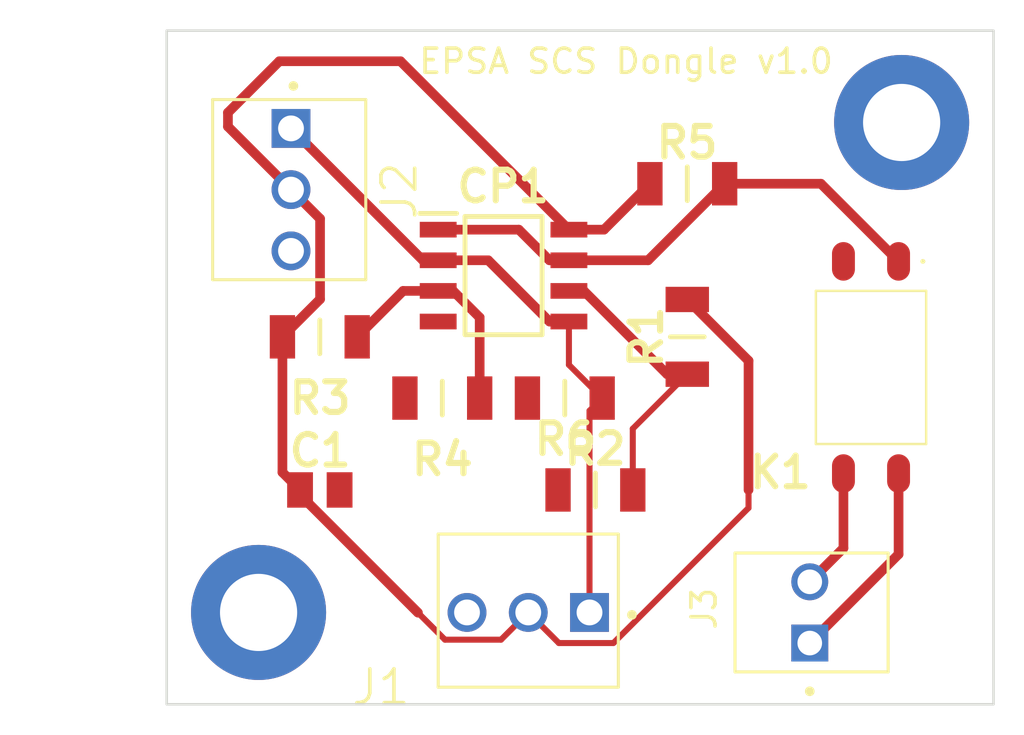
<source format=kicad_pcb>
(kicad_pcb (version 20211014) (generator pcbnew)
  (layers (0 "F.Cu" signal) (31 "B.Cu" signal) (34 "B.Paste" user) (35 "F.Paste" user) (36 "B.SilkS" user "B.Silkscreen") (37 "F.SilkS" user "F.Silkscreen") (38 "B.Mask" user) (39 "F.Mask" user) (44 "Edge.Cuts" user))
  (net 0 "")
  (net 1 "+5V")
  (net 2 "GND")
  (net 3 "/Opto In")
  (net 4 "/Sensor Input")
  (net 5 "/4V")
  (net 6 "/1V")
  (net 7 "/HS IN")
  (net 8 "/HS OUT")
  (footprint "EPSA_lib:RESC3216X70N" (layer "F.Cu") (at 158.75 86.36 180)
    (fp_text reference "R6" (at -0.011901 -1.701971) (layer "F.SilkS") (effects (font (size 1.27 1.27) (thickness 0.254))))
    (fp_text value "Résistance RK73H2BLTDD2152F" hide)
    (fp_line (start 0 -0.7) (end 0 0.7) (layer "F.SilkS") (width 0.2))
    (pad "1" smd rect (at -1.55 0 180) (size 1.05 1.8) (layers "F.Cu" "F.Paste" "F.Mask") (net 4 "/Sensor Input"))
    (pad "2" smd rect (at 1.55 0 180) (size 1.05 1.8) (layers "F.Cu" "F.Paste" "F.Mask") (net 2 "GND"))
  )
  (footprint "" (layer "F.Cu") (at 172.72 74.93)
    (fp_text reference "" (at 0 0) (layer "F.SilkS") (effects (font (size 1.27 1.27))))
    (fp_text value "" (at 0 0) (layer "F.SilkS") (effects (font (size 1.27 1.27))))
    (pad "1" thru_hole circle (at 0 0) (size 5.6 5.6) (drill 3.2) (layers *.Cu *.Mask))
  )
  (footprint "EPSA_lib:RESC3216X70N" (layer "F.Cu") (at 163.83 83.82 90)
    (fp_text reference "R1" (at -0.011901 -1.701971 90) (layer "F.SilkS") (effects (font (size 1.27 1.27) (thickness 0.254))))
    (fp_text value "Résistance RK73H2BLTDD2152F" hide)
    (fp_line (start 0 -0.7) (end 0 0.7) (layer "F.SilkS") (width 0.2))
    (pad "1" smd rect (at -1.55 0 90) (size 1.05 1.8) (layers "F.Cu" "F.Paste" "F.Mask") (net 6 "/1V"))
    (pad "2" smd rect (at 1.55 0 90) (size 1.05 1.8) (layers "F.Cu" "F.Paste" "F.Mask") (net 1 "+5V"))
  )
  (footprint "EPSA_lib:SOIC127P600X175-8N" (layer "F.Cu") (at 156.21 81.28)
    (fp_text reference "CP1" (at -0.021001 -3.6963) (layer "F.SilkS") (effects (font (size 1.27 1.27) (thickness 0.254))))
    (fp_text value "Comparateur Double LM393LVDR" hide)
    (fp_line (start -3.475 -2.58) (end -1.948 -2.58) (layer "F.SilkS") (width 0.2))
    (fp_line (start -1.598 2.452) (end -1.598 -2.452) (layer "F.SilkS") (width 0.2))
    (fp_line (start -1.598 -2.452) (end 1.598 -2.452) (layer "F.SilkS") (width 0.2))
    (fp_line (start 1.598 2.452) (end -1.598 2.452) (layer "F.SilkS") (width 0.2))
    (fp_line (start 1.598 -2.452) (end 1.598 2.452) (layer "F.SilkS") (width 0.2))
    (pad "1" smd rect (at -2.711 -1.905 90) (size 0.65 1.528) (layers "F.Cu" "F.Paste" "F.Mask") (net 3 "/Opto In"))
    (pad "2" smd rect (at -2.711 -0.635 90) (size 0.65 1.528) (layers "F.Cu" "F.Paste" "F.Mask") (net 4 "/Sensor Input"))
    (pad "3" smd rect (at -2.711 0.635 90) (size 0.65 1.528) (layers "F.Cu" "F.Paste" "F.Mask") (net 5 "/4V"))
    (pad "4" smd rect (at -2.711 1.905 90) (size 0.65 1.528) (layers "F.Cu" "F.Paste" "F.Mask") (net 2 "GND"))
    (pad "5" smd rect (at 2.711 1.905 90) (size 0.65 1.528) (layers "F.Cu" "F.Paste" "F.Mask") (net 4 "/Sensor Input"))
    (pad "6" smd rect (at 2.711 0.635 90) (size 0.65 1.528) (layers "F.Cu" "F.Paste" "F.Mask") (net 6 "/1V"))
    (pad "7" smd rect (at 2.711 -0.635 90) (size 0.65 1.528) (layers "F.Cu" "F.Paste" "F.Mask") (net 3 "/Opto In"))
    (pad "8" smd rect (at 2.711 -1.905 90) (size 0.65 1.528) (layers "F.Cu" "F.Paste" "F.Mask") (net 1 "+5V"))
  )
  (footprint "EPSA_lib:MOLEX_22-11-2032" (layer "F.Cu") (at 147.395 75.175 -90)
    (fp_text reference "J2" (at 2.585 -4.489 90) (layer "F.SilkS") (effects (font (size 1.4 1.4))))
    (fp_text value "3P Droit 22-11-2032")
    (fp_line (start -1.195 3.25) (end 6.275 3.25) (layer "F.SilkS") (width 0.127))
    (fp_line (start 6.275 3.25) (end 6.275 -3.1) (layer "F.SilkS") (width 0.127))
    (fp_line (start 6.275 -3.1) (end -1.195 -3.1) (layer "F.SilkS") (width 0.127))
    (fp_line (start -1.195 -3.1) (end -1.195 3.25) (layer "F.SilkS") (width 0.127))
    (fp_circle (center -1.76 -0.1) (end -1.66 -0.1) (layer "F.SilkS") (width 0.2) (fill none))
    (pad "1" thru_hole rect (at 0 0 270) (size 1.61 1.61) (drill 1.07) (layers *.Cu *.Mask) (net 4 "/Sensor Input"))
    (pad "2" thru_hole circle (at 2.54 0 270) (size 1.61 1.61) (drill 1.07) (layers *.Cu *.Mask) (net 1 "+5V"))
    (pad "3" thru_hole circle (at 5.08 0 270) (size 1.61 1.61) (drill 1.07) (layers *.Cu *.Mask) (net 2 "GND"))
  )
  (footprint "EPSA_lib:CAPC2012X130N" (layer "F.Cu") (at 148.59 90.17)
    (fp_text reference "C1" (at 0.011623 -1.627268) (layer "F.SilkS") (effects (font (size 1.27 1.27) (thickness 0.254))))
    (fp_text value "Condensateur 0805Y1000104JXT" hide)
    (pad "1" smd rect (at -0.82 0) (size 1.07 1.47) (layers "F.Cu" "F.Paste" "F.Mask") (net 1 "+5V"))
    (pad "2" smd rect (at 0.82 0) (size 1.07 1.47) (layers "F.Cu" "F.Paste" "F.Mask") (net 2 "GND"))
  )
  (footprint "EPSA_lib:RESC3216X70N" (layer "F.Cu") (at 148.59 83.82 180)
    (fp_text reference "R3" (at -0.011901 -2.54) (layer "F.SilkS") (effects (font (size 1.27 1.27) (thickness 0.254))))
    (fp_text value "Résistance RK73H2BLTDD2152F" hide)
    (fp_line (start 0 -0.7) (end 0 0.7) (layer "F.SilkS") (width 0.2))
    (pad "1" smd rect (at -1.55 0 180) (size 1.05 1.8) (layers "F.Cu" "F.Paste" "F.Mask") (net 5 "/4V"))
    (pad "2" smd rect (at 1.55 0 180) (size 1.05 1.8) (layers "F.Cu" "F.Paste" "F.Mask") (net 1 "+5V"))
  )
  (footprint "EPSA_lib:CPC1394GR" (layer "F.Cu") (at 171.45 85.09 180)
    (fp_text reference "K1" (at 3.763068 -4.351704) (layer "F.SilkS") (effects (font (size 1.27 1.27) (thickness 0.254))))
    (fp_text value "SSR CPC1394GR" hide)
    (fp_line (start -2.286 -3.175) (end 2.286 -3.175) (layer "F.SilkS") (width 0.1))
    (fp_line (start 2.286 3.175) (end -2.286 3.175) (layer "F.SilkS") (width 0.1))
    (fp_line (start -2.1 4.4) (end -2.1 4.4) (layer "F.SilkS") (width 0.1))
    (fp_line (start -2.2 4.4) (end -2.2 4.4) (layer "F.SilkS") (width 0.1))
    (fp_line (start -2.286 3.175) (end -2.286 -3.175) (layer "F.SilkS") (width 0.1))
    (fp_line (start 2.286 -3.175) (end 2.286 3.175) (layer "F.SilkS") (width 0.1))
    (fp_arc (start -2.2 4.4) (mid -2.15 4.35) (end -2.1 4.4) (layer "F.SilkS") (width 0.1))
    (fp_arc (start -2.1 4.4) (mid -2.15 4.45) (end -2.2 4.4) (layer "F.SilkS") (width 0.1))
    (pad "1" smd oval (at -1.143 4.4 180) (size 0.95 1.6) (layers "F.Cu" "F.Paste" "F.Mask") (net 3 "/Opto In"))
    (pad "2" smd oval (at 1.143 4.4 180) (size 0.95 1.6) (layers "F.Cu" "F.Paste" "F.Mask") (net 2 "GND"))
    (pad "3" smd oval (at 1.143 -4.4 180) (size 0.95 1.6) (layers "F.Cu" "F.Paste" "F.Mask") (net 8 "/HS OUT"))
    (pad "4" smd oval (at -1.143 -4.4 180) (size 0.95 1.6) (layers "F.Cu" "F.Paste" "F.Mask") (net 7 "/HS IN"))
  )
  (footprint "" (layer "F.Cu") (at 146.05 95.25)
    (fp_text reference "" (at 0 0) (layer "F.SilkS") (effects (font (size 1.27 1.27))))
    (fp_text value "" (at 0 0) (layer "F.SilkS") (effects (font (size 1.27 1.27))))
    (pad "1" thru_hole circle (at 0 0) (size 5.6 5.6) (drill 3.2) (layers *.Cu *.Mask))
  )
  (footprint "EPSA_lib:MOLEX_22-11-2032" (layer "F.Cu") (at 159.775 95.25 180)
    (fp_text reference "J1" (at 8.645 -3.1) (layer "F.SilkS") (effects (font (size 1.4 1.4))))
    (fp_text value "3P Droit 22-11-2032")
    (fp_line (start 6.275 -3.1) (end -1.195 -3.1) (layer "F.SilkS") (width 0.127))
    (fp_line (start 6.275 3.25) (end 6.275 -3.1) (layer "F.SilkS") (width 0.127))
    (fp_line (start -1.195 3.25) (end 6.275 3.25) (layer "F.SilkS") (width 0.127))
    (fp_line (start -1.195 -3.1) (end -1.195 3.25) (layer "F.SilkS") (width 0.127))
    (fp_circle (center -1.76 -0.1) (end -1.66 -0.1) (layer "F.SilkS") (width 0.2) (fill none))
    (pad "1" thru_hole rect (at 0 0 180) (size 1.61 1.61) (drill 1.07) (layers *.Cu *.Mask) (net 4 "/Sensor Input"))
    (pad "2" thru_hole circle (at 2.54 0 180) (size 1.61 1.61) (drill 1.07) (layers *.Cu *.Mask) (net 1 "+5V"))
    (pad "3" thru_hole circle (at 5.08 0 180) (size 1.61 1.61) (drill 1.07) (layers *.Cu *.Mask) (net 2 "GND"))
  )
  (footprint "EPSA_lib:MOLEX_22-11-2022" (layer "F.Cu") (at 168.91 96.52 90)
    (fp_text reference "J3" (at 1.425 -4.385 90) (layer "F.SilkS"))
    (fp_text value "2P Droit 2-11-2022")
    (fp_line (start 3.735 3.25) (end -1.195 3.25) (layer "F.SilkS") (width 0.127))
    (fp_line (start -1.195 -3.1) (end 3.735 -3.1) (layer "F.SilkS") (width 0.127))
    (fp_line (start -1.195 3.25) (end -1.195 -3.1) (layer "F.SilkS") (width 0.127))
    (fp_line (start 3.735 -3.1) (end 3.735 3.25) (layer "F.SilkS") (width 0.127))
    (fp_circle (center -2 0) (end -1.9 0) (layer "F.SilkS") (width 0.2) (fill none))
    (pad "1" thru_hole rect (at 0 0 90) (size 1.53 1.53) (drill 1.02) (layers *.Cu *.Mask) (net 7 "/HS IN"))
    (pad "2" thru_hole circle (at 2.54 0 90) (size 1.53 1.53) (drill 1.02) (layers *.Cu *.Mask) (net 8 "/HS OUT"))
  )
  (footprint "EPSA_lib:RESC3216X70N" (layer "F.Cu") (at 160.02 90.17)
    (fp_text reference "R2" (at -0.011901 -1.701971) (layer "F.SilkS") (effects (font (size 1.27 1.27) (thickness 0.254))))
    (fp_text value "Résistance RK73H2BLTDD2152F" hide)
    (fp_line (start 0 -0.7) (end 0 0.7) (layer "F.SilkS") (width 0.2))
    (pad "1" smd rect (at -1.55 0) (size 1.05 1.8) (layers "F.Cu" "F.Paste" "F.Mask") (net 2 "GND"))
    (pad "2" smd rect (at 1.55 0) (size 1.05 1.8) (layers "F.Cu" "F.Paste" "F.Mask") (net 6 "/1V"))
  )
  (footprint "EPSA_lib:RESC3216X70N" (layer "F.Cu") (at 153.67 86.36)
    (fp_text reference "R4" (at 0 2.54) (layer "F.SilkS") (effects (font (size 1.27 1.27) (thickness 0.254))))
    (fp_text value "Résistance RK73H2BLTDD2152F" hide)
    (fp_line (start 0 -0.7) (end 0 0.7) (layer "F.SilkS") (width 0.2))
    (pad "1" smd rect (at -1.55 0) (size 1.05 1.8) (layers "F.Cu" "F.Paste" "F.Mask") (net 2 "GND"))
    (pad "2" smd rect (at 1.55 0) (size 1.05 1.8) (layers "F.Cu" "F.Paste" "F.Mask") (net 5 "/4V"))
  )
  (footprint "EPSA_lib:RESC3216X70N" (layer "F.Cu") (at 163.83 77.47)
    (fp_text reference "R5" (at -0.011901 -1.701971) (layer "F.SilkS") (effects (font (size 1.27 1.27) (thickness 0.254))))
    (fp_text value "Résistance RK73H2BLTDD2152F" hide)
    (fp_line (start 0 -0.7) (end 0 0.7) (layer "F.SilkS") (width 0.2))
    (pad "1" smd rect (at -1.55 0) (size 1.05 1.8) (layers "F.Cu" "F.Paste" "F.Mask") (net 1 "+5V"))
    (pad "2" smd rect (at 1.55 0) (size 1.05 1.8) (layers "F.Cu" "F.Paste" "F.Mask") (net 3 "/Opto In"))
  )
  (gr_rect (start 142.24 71.12) (end 176.53 99.06) (layer "Edge.Cuts") (width 0.1) (fill none))
  (gr_text "EPSA SCS Dongle v1.0" (at 161.29 72.39) (layer "F.SilkS") (effects (font (size 1 1))))
  (segment (start 153.78 96.38) (end 156.105 96.38) (width 0.25) (layer "F.Cu") (net 1))
  (segment (start 166.37 90.17) (end 166.37 90.915) (width 0.25) (layer "F.Cu") (net 1))
  (segment (start 147.395 77.715) (end 148.6 78.92) (width 0.4) (layer "F.Cu") (net 1))
  (segment (start 146.91 72.39) (end 151.936 72.39) (width 0.4) (layer "F.Cu") (net 1))
  (segment (start 148.6 78.92) (end 148.6 82.26) (width 0.4) (layer "F.Cu") (net 1))
  (segment (start 147.04 83.82) (end 147.04 89.44) (width 0.4) (layer "F.Cu") (net 1))
  (segment (start 152.66 95.26) (end 153.78 96.38) (width 0.25) (layer "F.Cu") (net 1))
  (segment (start 158.921 79.375) (end 160.375 79.375) (width 0.4) (layer "F.Cu") (net 1))
  (segment (start 163.83 82.27) (end 166.37 84.81) (width 0.4) (layer "F.Cu") (net 1))
  (segment (start 160.765 96.52) (end 158.505 96.52) (width 0.25) (layer "F.Cu") (net 1))
  (segment (start 166.37 90.915) (end 160.765 96.52) (width 0.25) (layer "F.Cu") (net 1))
  (segment (start 158.505 96.52) (end 157.235 95.25) (width 0.25) (layer "F.Cu") (net 1))
  (segment (start 147.77 90.17) (end 147.77 90.37) (width 0.4) (layer "F.Cu") (net 1))
  (segment (start 144.78 75.1) (end 144.78 74.52) (width 0.4) (layer "F.Cu") (net 1))
  (segment (start 147.395 77.715) (end 144.78 75.1) (width 0.4) (layer "F.Cu") (net 1))
  (segment (start 147.04 89.44) (end 147.77 90.17) (width 0.4) (layer "F.Cu") (net 1))
  (segment (start 151.936 72.39) (end 158.921 79.375) (width 0.4) (layer "F.Cu") (net 1))
  (segment (start 156.105 96.38) (end 157.235 95.25) (width 0.25) (layer "F.Cu") (net 1))
  (segment (start 147.77 90.37) (end 152.66 95.26) (width 0.4) (layer "F.Cu") (net 1))
  (segment (start 166.37 84.81) (end 166.37 90.17) (width 0.4) (layer "F.Cu") (net 1))
  (segment (start 144.78 74.52) (end 146.91 72.39) (width 0.4) (layer "F.Cu") (net 1))
  (segment (start 160.375 79.375) (end 162.28 77.47) (width 0.4) (layer "F.Cu") (net 1))
  (segment (start 148.6 82.26) (end 147.04 83.82) (width 0.4) (layer "F.Cu") (net 1))
  (segment (start 153.499 79.375) (end 156.845 79.375) (width 0.4) (layer "F.Cu") (net 3))
  (segment (start 158.115 80.645) (end 158.921 80.645) (width 0.4) (layer "F.Cu") (net 3))
  (segment (start 162.205 80.645) (end 165.38 77.47) (width 0.4) (layer "F.Cu") (net 3))
  (segment (start 158.921 80.645) (end 162.205 80.645) (width 0.4) (layer "F.Cu") (net 3))
  (segment (start 156.845 79.375) (end 158.115 80.645) (width 0.4) (layer "F.Cu") (net 3))
  (segment (start 172.593 80.69) (end 169.373 77.47) (width 0.4) (layer "F.Cu") (net 3))
  (segment (start 169.373 77.47) (end 165.38 77.47) (width 0.4) (layer "F.Cu") (net 3))
  (segment (start 158.115 83.185) (end 158.921 83.185) (width 0.4) (layer "F.Cu") (net 4))
  (segment (start 158.921 83.185) (end 158.921 84.981) (width 0.25) (layer "F.Cu") (net 4))
  (segment (start 155.575 80.645) (end 158.115 83.185) (width 0.4) (layer "F.Cu") (net 4))
  (segment (start 153.499 80.645) (end 155.575 80.645) (width 0.4) (layer "F.Cu") (net 4))
  (segment (start 159.775 86.885) (end 160.3 86.36) (width 0.25) (layer "F.Cu") (net 4))
  (segment (start 147.395 75.175) (end 152.865 80.645) (width 0.4) (layer "F.Cu") (net 4))
  (segment (start 159.775 95.25) (end 159.775 86.885) (width 0.25) (layer "F.Cu") (net 4))
  (segment (start 158.921 84.981) (end 160.3 86.36) (width 0.25) (layer "F.Cu") (net 4))
  (segment (start 152.865 80.645) (end 153.499 80.645) (width 0.4) (layer "F.Cu") (net 4))
  (segment (start 154.118 81.915) (end 153.499 81.915) (width 0.4) (layer "F.Cu") (net 5))
  (segment (start 155.22 83.017) (end 154.118 81.915) (width 0.4) (layer "F.Cu") (net 5))
  (segment (start 152.045 81.915) (end 153.499 81.915) (width 0.4) (layer "F.Cu") (net 5))
  (segment (start 155.22 86.36) (end 155.22 83.017) (width 0.4) (layer "F.Cu") (net 5))
  (segment (start 150.14 83.82) (end 152.045 81.915) (width 0.4) (layer "F.Cu") (net 5))
  (segment (start 159.54 81.915) (end 162.995 85.37) (width 0.4) (layer "F.Cu") (net 6))
  (segment (start 161.57 90.17) (end 161.57 87.63) (width 0.25) (layer "F.Cu") (net 6))
  (segment (start 161.57 87.63) (end 163.83 85.37) (width 0.25) (layer "F.Cu") (net 6))
  (segment (start 158.921 81.915) (end 159.54 81.915) (width 0.4) (layer "F.Cu") (net 6))
  (segment (start 162.995 85.37) (end 163.83 85.37) (width 0.4) (layer "F.Cu") (net 6))
  (segment (start 172.593 89.49) (end 172.593 92.837) (width 0.4) (layer "F.Cu") (net 7))
  (segment (start 172.593 92.837) (end 168.91 96.52) (width 0.4) (layer "F.Cu") (net 7))
  (segment (start 170.307 92.583) (end 168.91 93.98) (width 0.4) (layer "F.Cu") (net 8))
  (segment (start 170.307 89.49) (end 170.307 92.583) (width 0.4) (layer "F.Cu") (net 8))
)
</source>
